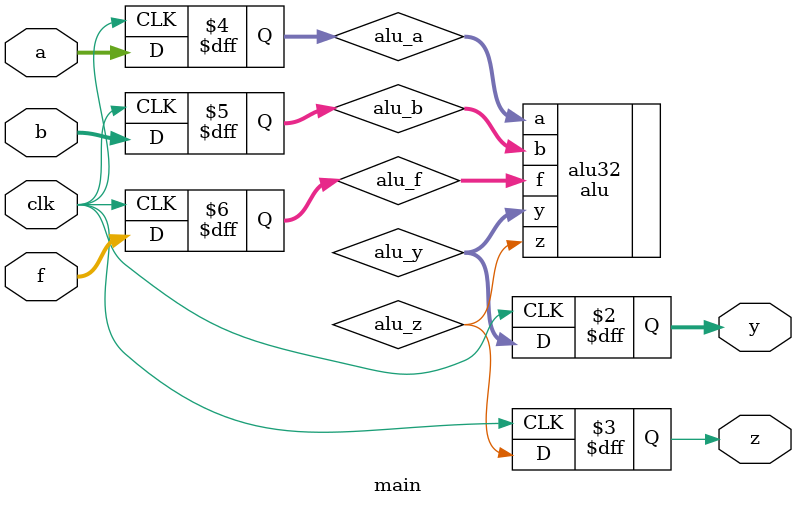
<source format=v>
`timescale 1ns / 1ps


module main(
    input clk,
    input [31:0] a, b,
    input [2:0] f,
    output reg [31:0] y,
    output reg z
);
    // wire mapping
    reg [31:0] alu_a, alu_b;
    reg [2:0] alu_f;
    wire [31:0] alu_y;
    wire alu_z;
    alu #(.WIDTH(32)) alu32(
        .a(alu_a),
        .b(alu_b),
        .f(alu_f),
        .y(alu_y),
        .z(alu_z)
    );

    // registers
    always @(posedge clk) begin
        alu_a <= a;
        alu_b <= b;
        alu_f <= f;
        y <= alu_y;
        z <= alu_z;
    end
endmodule

</source>
